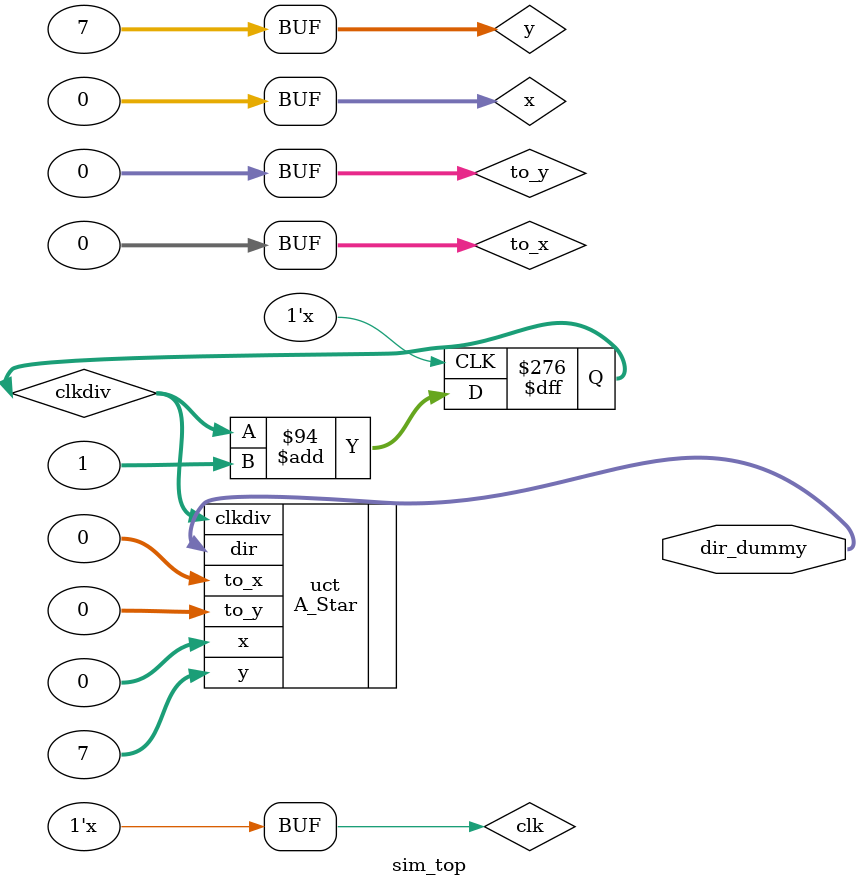
<source format=v>
`timescale 1ns / 1ps


module sim_top(
    output wire [1:0] dir_dummy
    );
       
    parameter INNER_TIMER = 2;
    parameter OUTER_TIMER = 10;
    parameter NUM_DATA_BITS = 8;
    localparam NUM_ROW      = 5;
    localparam NUM_COL      = 18;
    reg [31:0] clkdiv;
    reg clk;
    integer x;
    integer y;
    integer to_x;
    integer to_y;
    
    reg [NUM_DATA_BITS-1:0] map [0:NUM_ROW-1][0:NUM_COL-1]; //3x18x8bits map for game usage
 
    
    initial begin
    clkdiv = 0;
    clk = 0;
    #10;
    x = 0;
    y = 7;
    to_x = 0;
    to_y = 0;
    #10;
     map[0][0] = 8'b0001_0101;
      map[1][0] = 8'b0001_1100;
      map[2][0] = 8'b0001_1100;
      map[3][0] = 8'b0001_1100;
      map[4][0] = 8'b0001_1001;
    
      map[0][1] = 8'b0001_0011;
      map[1][1] = 8'b0100_0000;
      map[2][1] = 8'b0100_0000;
      map[3][1] = 8'b0100_0000;
      map[4][1] = 8'b0001_0011;
    
      map[0][2] = 8'b0001_0011;
      map[1][2] = 8'b0100_0000;
      map[2][2] = 8'b0010_0001;
      map[3][2] = 8'b0100_0000;
      map[4][2] = 8'b0001_0011;
    
      map[0][3] = 8'b0001_0111;
      map[1][3] = 8'b0001_1101;
      map[2][3] = 8'b0001_1110;
      map[3][3] = 8'b0001_1100;
      map[4][3] = 8'b0001_1011;
    
      map[0][4] = 8'b0001_0111;
      map[1][4] = 8'b0001_1011;
      map[2][4] = 8'b0100_0000;
      map[3][4] = 8'b0100_0000;
      map[4][4] = 8'b0001_0011;
    
      map[0][5] = 8'b0001_0110;
      map[1][5] = 8'b0001_1110;
      map[2][5] = 8'b0001_1101;
      map[3][5] = 8'b0001_1100;
      map[4][5] = 8'b0001_1011;
    
      map[0][6] = 8'b0100_0000;
      map[1][6] = 8'b0100_0000;
      map[2][6] = 8'b0001_0011;
      map[3][6] = 8'b0100_0000;
      map[4][6] = 8'b0001_0011;
    
      map[0][7] = 8'b0000_0001;
      map[1][7] = 8'b0100_0000;
      map[2][7] = 8'b0001_0011;
      map[3][7] = 8'b0100_0000;
      map[4][7] = 8'b0001_0011;
    
      map[0][8] = 8'b0000_0111;
      map[1][8] = 8'b0000_1101;
      map[2][8] = 8'b0001_1011;
      map[3][8] = 8'b0100_0000;
      map[4][8] = 8'b0001_0011;
    
      map[0][9] = 8'b0000_0111;
      map[1][9] = 8'b0000_1110;
      map[2][9] = 8'b0001_1011;
      map[3][9] = 8'b0100_0000;
      map[4][9] = 8'b0001_0011;
    
      map[0][10] = 8'b0000_0010;
      map[1][10] = 8'b0100_0000;
      map[2][10] = 8'b0001_0011;
      map[3][10] = 8'b0100_0000;
      map[4][10] = 8'b0001_0011;
    
      map[0][11] = 8'b0100_0000;
      map[1][11] = 8'b0100_0000;
      map[2][11] = 8'b0001_0011;
      map[3][11] = 8'b0100_0000;
      map[4][11] = 8'b0001_0011;
    
      map[0][12] = 8'b0001_0101;
      map[1][12] = 8'b0001_1101;
      map[2][12] = 8'b0001_1110;
      map[3][12] = 8'b0001_1100;
      map[4][12] = 8'b0001_1011;
    
      map[0][13] = 8'b0001_0111;
      map[1][13] = 8'b0001_1011;
      map[2][13] = 8'b0100_0000;
      map[3][13] = 8'b0100_0000;
      map[4][13] = 8'b0001_0011;
    
      map[0][14] = 8'b0001_0111;
      map[1][14] = 8'b0001_1110;
      map[2][14] = 8'b0001_1101;
      map[3][14] = 8'b0001_1100;
      map[4][14] = 8'b0001_1011;
    
      map[0][15] = 8'b0001_0011;
      map[1][15] = 8'b0100_0000;
      map[2][15] = 8'b0010_0010;
      map[3][15] = 8'b0100_0000;
      map[4][15] = 8'b0001_0011;
    
      map[0][16] = 8'b0001_0011;
      map[1][16] = 8'b0100_0000;
      map[2][16] = 8'b0100_0000;
      map[3][16] = 8'b0100_0000;
      map[4][16] = 8'b0001_0011;
    
      map[0][17] = 8'b0001_0110;
      map[1][17] = 8'b0001_1100;
      map[2][17] = 8'b0001_1100;
      map[3][17] = 8'b0001_1100;
      map[4][17] = 8'b0001_1010;

    end
    
    always #5 begin
    clk = ~clk;
    end
    
    always @(posedge clk)begin
        clkdiv = clkdiv + 1;
    end
    
    A_Star
     uct(
    .clkdiv(clkdiv),
    .x(x),
    .y(y),
    .to_x(to_x),
    .to_y(to_y),
    .dir(dir_dummy)
    );
endmodule

</source>
